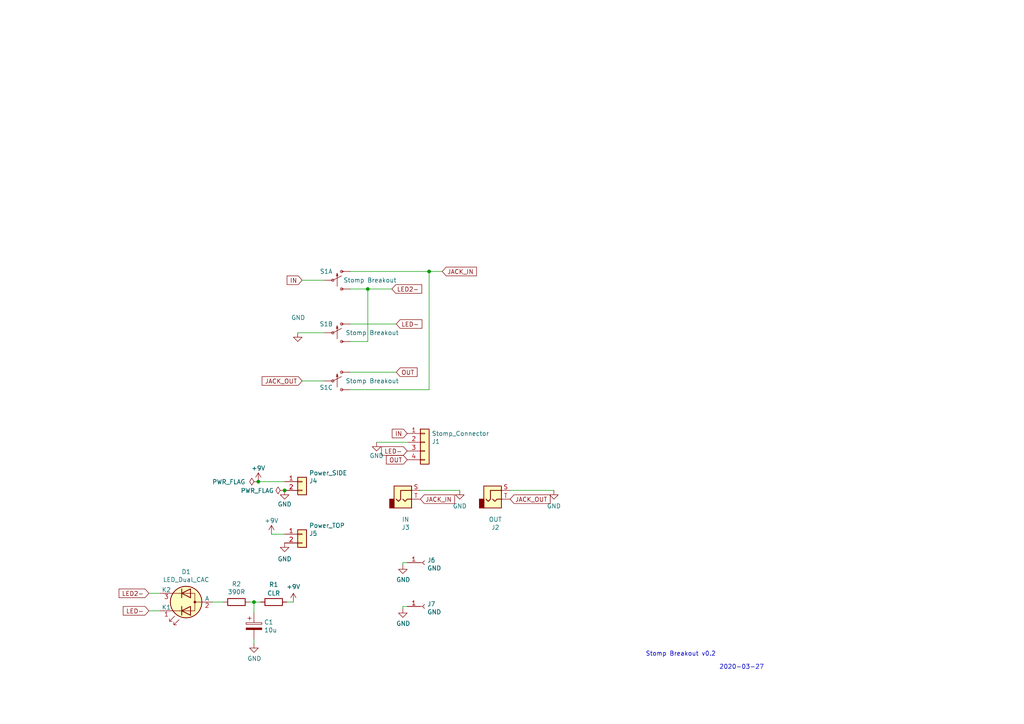
<source format=kicad_sch>
(kicad_sch (version 20200512) (host eeschema "(5.99.0-1730-g52ae0df7a)")
  (page 1 1)
  (paper "A4")
  (lib_symbols
    (symbol "Connector:AudioJack2" (pin_names (offset 0.508))
      (property "Reference" "J" (at 0 8.89 0))
      (property "Value" "AudioJack2" (at 0 6.35 0))
      (symbol "AudioJack2_0_1"
        (rectangle (start -3.81 0) (end -2.54 -2.54) (stroke (width 0.254)) (fill (type outline)))
        (rectangle (start -2.54 3.81) (end 2.54 -2.54) (stroke (width 0.254)) (fill (type background)))
        (polyline (pts (xy 0 0) (xy 0.635 -0.635) (xy 1.27 0) (xy 2.54 0)) (stroke (width 0.254)))
        (polyline (pts (xy 2.54 2.54) (xy -0.635 2.54) (xy -0.635 0) (xy -1.27 -0.635) (xy -1.905 0)) (stroke (width 0.254)))
      )
      (symbol "AudioJack2_1_1"
        (pin passive line (at 5.08 2.54 180) (length 2.54) (name "~") (number "S"))
        (pin passive line (at 5.08 0 180) (length 2.54) (name "~") (number "T"))
      )
    )
    (symbol "Connector:Conn_01x01_Female" (pin_names hide)
      (property "Reference" "J" (at 0 2.54 0))
      (property "Value" "Conn_01x01_Female" (at 0 -2.54 0))
      (symbol "Conn_01x01_Female_1_1"
        (arc (start 0 0.508) (end 0 -0.508) (radius (at 0 0) (length 0.508) (angles 90.1 -90.1)))
        (polyline (pts (xy -1.27 0) (xy -0.508 0)))
        (pin passive line (at -5.08 0 0) (length 3.81) (name "Pin_1") (number "1"))
      )
    )
    (symbol "Device:CP" (pin_numbers hide) (pin_names (offset 0.254))
      (property "Reference" "C" (at 0.635 2.54 0))
      (property "Value" "CP" (at 0.635 -2.54 0))
      (symbol "CP_0_1"
        (rectangle (start -2.286 0.508) (end 2.286 1.016))
        (rectangle (start 2.286 -0.508) (end -2.286 -1.016) (fill (type outline)))
        (polyline (pts (xy -1.778 2.286) (xy -0.762 2.286)))
        (polyline (pts (xy -1.27 2.794) (xy -1.27 1.778)))
      )
      (symbol "CP_1_1"
        (pin passive line (at 0 3.81 270) (length 2.794) (name "~") (number "1"))
        (pin passive line (at 0 -3.81 90) (length 2.794) (name "~") (number "2"))
      )
    )
    (symbol "Device:LED_Dual_CAC" (pin_names (offset 0))
      (property "Reference" "D" (at 0 5.715 0))
      (property "Value" "LED_Dual_CAC" (at 0 -6.35 0))
      (symbol "LED_Dual_CAC_0_1"
        (circle (center -2.54 0) (radius 0.2794) (fill (type outline)))
        (circle (center 0 0) (radius 4.572) (stroke (width 0.254)) (fill (type background)))
        (polyline (pts (xy -4.572 0) (xy -2.54 0)))
        (polyline (pts (xy 1.27 -1.27) (xy 1.27 -3.81)) (stroke (width 0.254)))
        (polyline (pts (xy 1.27 3.81) (xy 1.27 1.27)) (stroke (width 0.254)))
        (polyline (pts (xy 3.81 -2.54) (xy 1.905 -2.54)))
        (polyline (pts (xy 3.81 2.54) (xy 1.905 2.54)))
        (polyline (pts (xy -1.27 -1.27) (xy -1.27 -3.81) (xy 1.27 -2.54) (xy -1.27 -1.27)) (stroke (width 0.254)))
        (polyline (pts (xy -1.27 3.81) (xy -1.27 1.27) (xy 1.27 2.54) (xy -1.27 3.81)) (stroke (width 0.254)))
        (polyline (pts (xy 2.032 2.54) (xy -2.54 2.54) (xy -2.54 -2.54) (xy 2.032 -2.54)))
        (polyline (pts (xy 2.032 5.08) (xy 3.556 6.604) (xy 2.794 6.604) (xy 3.556 6.604) (xy 3.556 5.842)))
        (polyline (pts (xy 3.302 4.064) (xy 4.826 5.588) (xy 4.064 5.588) (xy 4.826 5.588) (xy 4.826 4.826)))
      )
      (symbol "LED_Dual_CAC_1_1"
        (pin input line (at 7.62 2.54 180) (length 3.81) (name "K1") (number "1"))
        (pin input line (at -7.62 0 0) (length 3.048) (name "A") (number "2"))
        (pin input line (at 7.62 -2.54 180) (length 3.81) (name "K2") (number "3"))
      )
    )
    (symbol "Device:R" (pin_numbers hide) (pin_names (offset 0))
      (property "Reference" "R" (at 2.032 0 90))
      (property "Value" "R" (at 0 0 90))
      (symbol "R_0_1"
        (rectangle (start -1.016 -2.54) (end 1.016 2.54) (stroke (width 0.254)))
      )
      (symbol "R_1_1"
        (pin passive line (at 0 3.81 270) (length 1.27) (name "~") (number "1"))
        (pin passive line (at 0 -3.81 90) (length 1.27) (name "~") (number "2"))
      )
    )
    (symbol "Device:R_1" (pin_numbers hide) (pin_names (offset 0))
      (property "Reference" "R" (at 2.032 0 90))
      (property "Value" "R" (at 0 0 90))
      (symbol "R_1_0_1"
        (rectangle (start -1.016 -2.54) (end 1.016 2.54) (stroke (width 0.254)))
      )
      (symbol "R_1_1_1"
        (pin passive line (at 0 3.81 270) (length 1.27) (name "~") (number "1"))
        (pin passive line (at 0 -3.81 90) (length 1.27) (name "~") (number "2"))
      )
    )
    (symbol "power:+9V" (power) (pin_names (offset 0))
      (property "Value" "+9V" (at 0 3.556 0))
      (symbol "+9V_0_1"
        (polyline (pts (xy -0.762 1.27) (xy 0 2.54)))
        (polyline (pts (xy 0 0) (xy 0 2.54)))
        (polyline (pts (xy 0 2.54) (xy 0.762 1.27)))
      )
      (symbol "+9V_1_1"
        (pin power_in line (at 0 0 90) (length 0) (name "+9V") (number "1") hide)
      )
    )
    (symbol "power:GND" (power) (pin_names (offset 0))
      (property "Value" "GND" (at 0 -3.81 0))
      (symbol "GND_0_1"
        (polyline (pts (xy 0 0) (xy 0 -1.27) (xy 1.27 -1.27) (xy 0 -2.54) (xy -1.27 -1.27) (xy 0 -1.27)))
      )
      (symbol "GND_1_1"
        (pin power_in line (at 0 0 270) (length 0) (name "GND") (number "1") hide)
      )
    )
    (symbol "power:PWR_FLAG" (power) (pin_numbers hide) (pin_names (offset 0) hide)
      (property "Value" "PWR_FLAG" (at 0 3.81 0))
      (symbol "PWR_FLAG_0_1"
        (polyline (pts (xy 0 0) (xy 0 1.27) (xy -1.016 1.905) (xy 0 2.54) (xy 1.016 1.905) (xy 0 1.27)))
      )
      (symbol "PWR_FLAG_0_0"
        (pin power_out line (at 0 0 90) (length 0) (name "pwr") (number "1"))
      )
    )
    (symbol "rockola_kicad_symbols:3PDT" (pin_numbers hide) (pin_names hide)
      (property "Reference" "S" (at -4.445 -6.35 0))
      (property "Value" "3PDT" (at -5.08 3.81 0))
      (symbol "3PDT_1_1"
        (circle (center -2.54 0) (radius 0.3556))
        (circle (center 0 -2.54) (radius 0.3556))
        (circle (center 0 2.54) (radius 0.3556))
        (pin passive line (at 2.54 2.54 180) (length 2.54) (name "O") (number "1"))
        (pin passive line (at -5.08 0 0) (length 2.54) (name "P") (number "2"))
        (pin passive line (at 2.54 -2.54 180) (length 2.54) (name "S") (number "3"))
      )
      (symbol "3PDT_2_1"
        (circle (center -2.54 0) (radius 0.3556))
        (circle (center 0 -2.54) (radius 0.3556))
        (circle (center 0 2.54) (radius 0.3556))
        (pin passive line (at 2.54 2.54 180) (length 2.54) (name "O") (number "4"))
        (pin passive line (at -5.08 0 0) (length 2.54) (name "P") (number "5"))
        (pin passive line (at 2.54 -2.54 180) (length 2.54) (name "S") (number "6"))
      )
      (symbol "3PDT_3_1"
        (circle (center -2.54 0) (radius 0.3556))
        (circle (center 0 -2.54) (radius 0.3556))
        (circle (center 0 2.54) (radius 0.3556))
        (pin passive line (at 2.54 2.54 180) (length 2.54) (name "O") (number "7"))
        (pin passive line (at -5.08 0 0) (length 2.54) (name "P") (number "8"))
        (pin passive line (at 2.54 -2.54 180) (length 2.54) (name "S") (number "9"))
      )
      (symbol "3PDT_1_0"
        (polyline (pts (xy -2.54 0) (xy 0 1.27)))
        (polyline (pts (xy -1.524 1.27) (xy -1.016 1.27)))
        (polyline (pts (xy -1.27 -1.778) (xy -1.27 2.032)))
        (polyline (pts (xy -1.27 2.032) (xy -1.524 1.27)))
        (polyline (pts (xy -1.016 1.27) (xy -1.27 2.032)))
        (polyline (pts (xy 0 -2.54) (xy 0.635 -2.54)))
        (polyline (pts (xy 0 2.54) (xy 0.635 2.54)))
      )
      (symbol "3PDT_2_0"
        (polyline (pts (xy -2.54 0) (xy 0 1.27)))
        (polyline (pts (xy -1.524 1.27) (xy -1.016 1.27)))
        (polyline (pts (xy -1.27 -1.778) (xy -1.27 2.032)))
        (polyline (pts (xy -1.27 2.032) (xy -1.524 1.27)))
        (polyline (pts (xy -1.016 1.27) (xy -1.27 2.032)))
        (polyline (pts (xy 0 -2.54) (xy 0.635 -2.54)))
        (polyline (pts (xy 0 2.54) (xy 0.635 2.54)))
      )
      (symbol "3PDT_3_0"
        (polyline (pts (xy -2.54 0) (xy 0 1.27)))
        (polyline (pts (xy -1.524 1.27) (xy -1.016 1.27)))
        (polyline (pts (xy -1.27 -1.778) (xy -1.27 2.032)))
        (polyline (pts (xy -1.27 2.032) (xy -1.524 1.27)))
        (polyline (pts (xy -1.016 1.27) (xy -1.27 2.032)))
        (polyline (pts (xy 0 -2.54) (xy 0.635 -2.54)))
        (polyline (pts (xy 0 2.54) (xy 0.635 2.54)))
      )
    )
    (symbol "rockola_kicad_symbols:Power_Connector" (pin_names hide)
      (property "Reference" "J" (at 0 2.54 0))
      (property "Value" "Power_Connector" (at 0 -5.08 0))
      (symbol "Power_Connector_1_1"
        (rectangle (start -1.27 -2.413) (end 0 -2.667))
        (rectangle (start -1.27 0.127) (end 0 -0.127))
        (rectangle (start -1.27 1.27) (end 1.27 -3.81) (stroke (width 0.254)) (fill (type background)))
        (pin passive line (at -5.08 0 0) (length 3.81) (name "PWR") (number "1"))
        (pin passive line (at -5.08 -2.54 0) (length 3.81) (name "GND") (number "2"))
      )
    )
    (symbol "rockola_kicad_symbols:Stomp_Connector" (pin_names hide)
      (property "Reference" "J" (at 0 5.08 0))
      (property "Value" "Stomp_Connector" (at 0 -7.62 0))
      (symbol "Stomp_Connector_1_1"
        (rectangle (start -1.27 -4.953) (end 0 -5.207))
        (rectangle (start -1.27 -2.413) (end 0 -2.667))
        (rectangle (start -1.27 0.127) (end 0 -0.127))
        (rectangle (start -1.27 2.667) (end 0 2.413))
        (rectangle (start -1.27 3.81) (end 1.27 -6.35) (stroke (width 0.254)) (fill (type background)))
        (pin passive line (at -5.08 2.54 0) (length 3.81) (name "IN") (number "1"))
        (pin passive line (at -5.08 0 0) (length 3.81) (name "GND") (number "2"))
        (pin passive line (at -5.08 -2.54 0) (length 3.81) (name "SW") (number "3"))
        (pin passive line (at -5.08 -5.08 0) (length 3.81) (name "OUT") (number "4"))
      )
    )
  )
  (junction (at 73.66 174.625))
  (junction (at 74.93 139.7))
  (junction (at 82.55 142.24))
  (junction (at 106.68 83.82))
  (junction (at 124.46 78.74))
  (wire (pts (xy 43.18 172.085) (xy 46.355 172.085)))
  (wire (pts (xy 43.18 177.165) (xy 46.355 177.165)))
  (wire (pts (xy 61.595 174.625) (xy 64.77 174.625)))
  (wire (pts (xy 72.39 174.625) (xy 73.66 174.625)))
  (wire (pts (xy 73.66 174.625) (xy 73.66 177.8)))
  (wire (pts (xy 73.66 174.625) (xy 75.565 174.625)))
  (wire (pts (xy 73.66 185.42) (xy 73.66 186.69)))
  (wire (pts (xy 74.93 139.7) (xy 82.55 139.7)))
  (wire (pts (xy 78.74 154.94) (xy 82.55 154.94)))
  (wire (pts (xy 83.185 174.625) (xy 85.09 174.625)))
  (wire (pts (xy 86.36 96.52) (xy 93.98 96.52)))
  (wire (pts (xy 87.63 81.28) (xy 93.98 81.28)))
  (wire (pts (xy 87.63 110.49) (xy 93.98 110.49)))
  (wire (pts (xy 101.6 78.74) (xy 124.46 78.74)))
  (wire (pts (xy 101.6 83.82) (xy 106.68 83.82)))
  (wire (pts (xy 101.6 93.98) (xy 114.935 93.98)))
  (wire (pts (xy 101.6 99.06) (xy 106.68 99.06)))
  (wire (pts (xy 101.6 107.95) (xy 114.935 107.95)))
  (wire (pts (xy 106.68 83.82) (xy 113.665 83.82)))
  (wire (pts (xy 106.68 99.06) (xy 106.68 83.82)))
  (wire (pts (xy 109.22 128.27) (xy 118.11 128.27)))
  (wire (pts (xy 116.84 163.195) (xy 118.11 163.195)))
  (wire (pts (xy 116.84 163.83) (xy 116.84 163.195)))
  (wire (pts (xy 116.84 175.895) (xy 118.11 175.895)))
  (wire (pts (xy 116.84 176.53) (xy 116.84 175.895)))
  (wire (pts (xy 121.92 142.24) (xy 133.35 142.24)))
  (wire (pts (xy 124.46 78.74) (xy 124.46 113.03)))
  (wire (pts (xy 124.46 78.74) (xy 128.27 78.74)))
  (wire (pts (xy 124.46 113.03) (xy 101.6 113.03)))
  (wire (pts (xy 160.655 142.24) (xy 147.955 142.24)))
  (text "Stomp Breakout v0.2" (at 207.645 190.5 180) (effects (font (size 1.27 1.27)) (justify right bottom)))
  (text "2020-03-27" (at 221.615 194.31 180) (effects (font (size 1.27 1.27)) (justify right bottom)))
  (global_label "LED2-" (shape input) (at 43.18 172.085 180))
  (global_label "LED-" (shape input) (at 43.18 177.165 180))
  (global_label "IN" (shape input) (at 87.63 81.28 180))
  (global_label "JACK_OUT" (shape input) (at 87.63 110.49 180))
  (global_label "LED2-" (shape input) (at 113.665 83.82 0))
  (global_label "LED-" (shape input) (at 114.935 93.98 0))
  (global_label "OUT" (shape input) (at 114.935 107.95 0))
  (global_label "IN" (shape input) (at 118.11 125.73 180))
  (global_label "LED-" (shape input) (at 118.11 130.81 180))
  (global_label "OUT" (shape input) (at 118.11 133.35 180))
  (global_label "JACK_IN" (shape input) (at 121.92 144.78 0))
  (global_label "JACK_IN" (shape input) (at 128.27 78.74 0))
  (global_label "JACK_OUT" (shape input) (at 147.955 144.78 0))
  (symbol (lib_id "power:PWR_FLAG") (at 74.93 139.7 90) (unit 1)
    (property "Reference" "#FLG0101" (effects hide))
    (property "Value" "PWR_FLAG" (at 71.1962 139.7762 90) (effects (justify left)))
  )
  (symbol (lib_id "power:PWR_FLAG") (at 82.55 142.24 90) (unit 1)
    (property "Reference" "#FLG0102" (effects hide))
    (property "Value" "PWR_FLAG" (at 79.4512 142.3162 90) (effects (justify left)))
  )
  (symbol (lib_id "power:+9V") (at 74.93 139.7 0) (unit 1)
    (property "Reference" "#PWR0108" (effects hide))
    (property "Value" "+9V" (at 74.93 135.7884 0))
  )
  (symbol (lib_id "power:+9V") (at 78.74 154.94 0) (unit 1)
    (property "Reference" "#PWR0105" (effects hide))
    (property "Value" "+9V" (at 78.74 151.0284 0))
  )
  (symbol (lib_id "power:+9V") (at 85.09 174.625 0) (unit 1)
    (property "Reference" "#PWR0109" (effects hide))
    (property "Value" "+9V" (at 85.09 170.18 0))
  )
  (symbol (lib_id "power:GND") (at 73.66 186.69 0) (unit 1)
    (property "Reference" "#PWR0110" (effects hide))
    (property "Value" "GND" (at 73.7743 191.0144 0))
  )
  (symbol (lib_id "power:GND") (at 82.55 142.24 0) (unit 1)
    (property "Reference" "#PWR0107" (effects hide))
    (property "Value" "GND" (at 82.55 146.2532 0))
  )
  (symbol (lib_id "power:GND") (at 82.55 157.48 0) (unit 1)
    (property "Reference" "#PWR0106" (effects hide))
    (property "Value" "GND" (at 82.55 162.1282 0))
  )
  (symbol (lib_id "power:GND") (at 86.36 96.52 0) (unit 1)
    (property "Reference" "#PWR0101" (effects hide))
    (property "Value" "GND" (at 86.487 92.1258 0))
  )
  (symbol (lib_id "power:GND") (at 109.22 128.27 0) (unit 1)
    (property "Reference" "#PWR0103" (effects hide))
    (property "Value" "GND" (at 109.22 132.1816 0))
  )
  (symbol (lib_id "power:GND") (at 116.84 163.83 0) (unit 1)
    (property "Reference" "#PWR0111" (effects hide))
    (property "Value" "GND" (at 116.9543 168.1544 0))
  )
  (symbol (lib_id "power:GND") (at 116.84 176.53 0) (unit 1)
    (property "Reference" "#PWR?" (effects hide))
    (property "Value" "GND" (at 116.9543 180.8544 0))
  )
  (symbol (lib_id "power:GND") (at 133.35 142.24 0) (unit 1)
    (property "Reference" "#PWR0102" (effects hide))
    (property "Value" "GND" (at 133.35 146.7866 0))
  )
  (symbol (lib_id "power:GND") (at 160.655 142.24 0) (unit 1)
    (property "Reference" "#PWR0104" (effects hide))
    (property "Value" "GND" (at 160.655 146.7866 0))
  )
  (symbol (lib_id "Connector:Conn_01x01_Female") (at 123.19 163.195 0) (unit 1)
    (property "Reference" "J6" (at 123.9013 162.5028 0) (effects (justify left)))
    (property "Value" "GND" (at 123.901 164.801 0) (effects (justify left)))
    (property "Footprint" "rockola_kicad_footprints:1PAD" (effects hide))
  )
  (symbol (lib_id "Connector:Conn_01x01_Female") (at 123.19 175.895 0) (unit 1)
    (property "Reference" "J7" (at 123.901 175.203 0) (effects (justify left)))
    (property "Value" "GND" (at 123.901 177.501 0) (effects (justify left)))
    (property "Footprint" "rockola_kicad_footprints:1PAD" (effects hide))
  )
  (symbol (lib_name "Device:R_1") (lib_id "Device:R") (at 68.58 174.625 90) (unit 1)
    (property "Reference" "R2" (at 68.58 169.399 90))
    (property "Value" "390R" (at 68.58 171.698 90))
    (property "Footprint" "rockola_kicad_footprints:Resistor_0.25W_Standing" (effects hide))
  )
  (symbol (lib_id "Device:R") (at 79.375 174.625 90) (unit 1)
    (property "Reference" "R1" (at 79.375 169.545 90))
    (property "Value" "CLR" (at 79.375 172.085 90))
    (property "Footprint" "rockola_kicad_footprints:Resistor_0.25W_Standing" (effects hide))
  )
  (symbol (lib_id "rockola_kicad_symbols:Power_Connector") (at 87.63 139.7 0) (unit 1)
    (property "Reference" "J4" (at 89.662 139.4968 0) (effects (justify left)))
    (property "Value" "Power_SIDE" (at 89.662 137.1854 0) (effects (justify left)))
    (property "Footprint" "rockola_kicad_footprints:Power_Header_2pin_VERTICAL_ALT_NOBORDER" (effects hide))
  )
  (symbol (lib_id "rockola_kicad_symbols:Power_Connector") (at 87.63 154.94 0) (unit 1)
    (property "Reference" "J5" (at 89.662 154.7368 0) (effects (justify left)))
    (property "Value" "Power_TOP" (at 89.662 152.4254 0) (effects (justify left)))
    (property "Footprint" "rockola_kicad_footprints:Power_Header_2pin_TOP_ALT_NOBORDER" (effects hide))
  )
  (symbol (lib_id "Device:CP") (at 73.66 181.61 0) (unit 1)
    (property "Reference" "C1" (at 76.581 180.461 0) (effects (justify left)))
    (property "Value" "10u" (at 76.5811 182.7593 0) (effects (justify left)))
    (property "Footprint" "rockola_kicad_footprints:CP_D5.0_P2.50" (effects hide))
  )
  (symbol (lib_id "rockola_kicad_symbols:3PDT") (at 99.06 81.28 0) (unit 1)
    (property "Reference" "S1" (at 94.615 78.74 0))
    (property "Value" "Stomp Breakout" (at 107.315 81.28 0))
    (property "Footprint" "rockola_kicad_footprints:3PDT_Stomp" (effects hide))
  )
  (symbol (lib_id "rockola_kicad_symbols:3PDT") (at 99.06 96.52 0) (unit 2)
    (property "Reference" "S1" (at 94.615 93.98 0))
    (property "Value" "Stomp Breakout" (at 107.95 96.52 0))
    (property "Footprint" "rockola_kicad_footprints:3PDT_Stomp" (effects hide))
  )
  (symbol (lib_id "rockola_kicad_symbols:3PDT") (at 99.06 110.49 0) (unit 3)
    (property "Reference" "S1" (at 94.615 112.395 0))
    (property "Value" "Stomp Breakout" (at 107.95 110.49 0))
    (property "Footprint" "rockola_kicad_footprints:3PDT_Stomp" (effects hide))
  )
  (symbol (lib_id "Connector:AudioJack2") (at 116.84 144.78 0) (unit 1)
    (property "Reference" "J3" (at 117.6528 152.9842 0))
    (property "Value" "IN" (at 117.627 150.673 0))
    (property "Footprint" "rockola_kicad_footprints:2PADS_TS_Vertical_NOBORDER" (effects hide))
  )
  (symbol (lib_id "Connector:AudioJack2") (at 142.875 144.78 0) (unit 1)
    (property "Reference" "J2" (at 143.6878 152.9842 0))
    (property "Value" "OUT" (at 143.662 150.673 0))
    (property "Footprint" "rockola_kicad_footprints:2PADS_TS_Vertical_NOBORDER" (effects hide))
  )
  (symbol (lib_id "rockola_kicad_symbols:Stomp_Connector") (at 123.19 128.27 0) (unit 1)
    (property "Reference" "J1" (at 125.222 128.0668 0) (effects (justify left)))
    (property "Value" "Stomp_Connector" (at 125.222 125.7554 0) (effects (justify left)))
    (property "Footprint" "rockola_kicad_footprints:Stomp_4pin_ALT" (effects hide))
  )
  (symbol (lib_id "Device:LED_Dual_CAC") (at 53.975 174.625 180) (unit 1)
    (property "Reference" "D1" (at 53.975 165.843 0))
    (property "Value" "LED_Dual_CAC" (at 53.975 168.1415 0))
    (property "Footprint" "LED_THT:LED_D5.0mm-3" (effects hide))
  )
)
</source>
